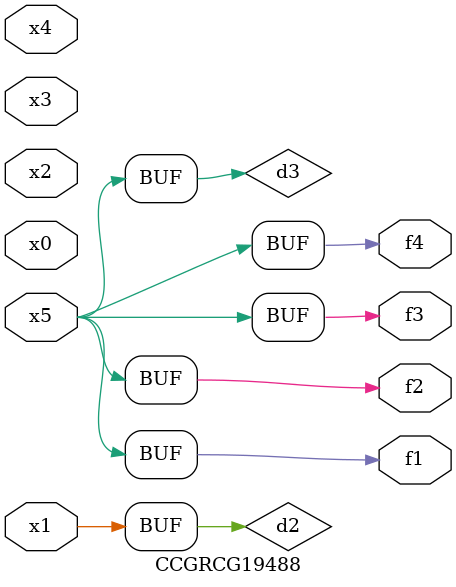
<source format=v>
module CCGRCG19488(
	input x0, x1, x2, x3, x4, x5,
	output f1, f2, f3, f4
);

	wire d1, d2, d3;

	not (d1, x5);
	or (d2, x1);
	xnor (d3, d1);
	assign f1 = d3;
	assign f2 = d3;
	assign f3 = d3;
	assign f4 = d3;
endmodule

</source>
